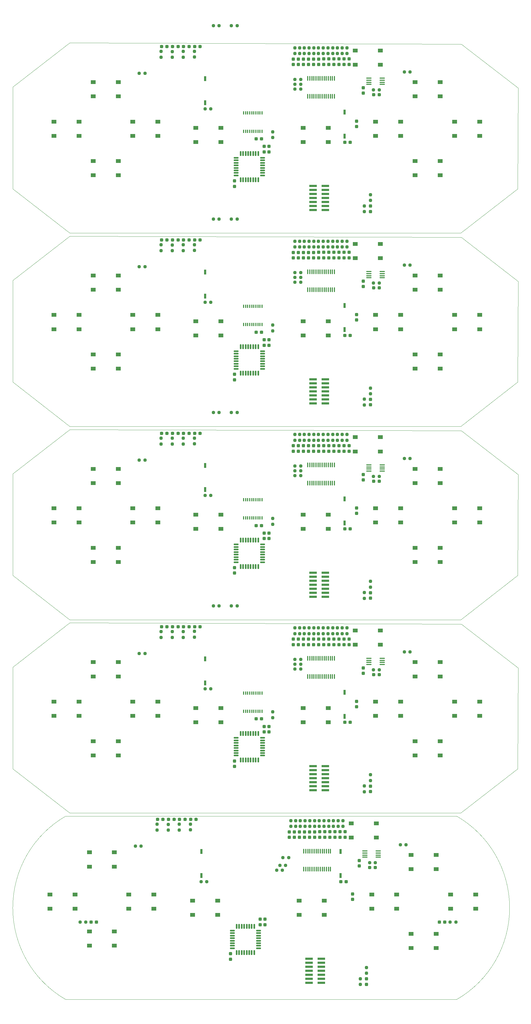
<source format=gbr>
%TF.GenerationSoftware,KiCad,Pcbnew,7.0.6-7.0.6~ubuntu20.04.1*%
%TF.CreationDate,2023-07-11T09:11:54+02:00*%
%TF.ProjectId,output_panel2023-07-11_071138.9032810000,6f757470-7574-45f7-9061-6e656c323032,rev?*%
%TF.SameCoordinates,Original*%
%TF.FileFunction,Paste,Top*%
%TF.FilePolarity,Positive*%
%FSLAX45Y45*%
G04 Gerber Fmt 4.5, Leading zero omitted, Abs format (unit mm)*
G04 Created by KiCad (PCBNEW 7.0.6-7.0.6~ubuntu20.04.1) date 2023-07-11 09:11:54*
%MOMM*%
%LPD*%
G01*
G04 APERTURE LIST*
G04 Aperture macros list*
%AMRoundRect*
0 Rectangle with rounded corners*
0 $1 Rounding radius*
0 $2 $3 $4 $5 $6 $7 $8 $9 X,Y pos of 4 corners*
0 Add a 4 corners polygon primitive as box body*
4,1,4,$2,$3,$4,$5,$6,$7,$8,$9,$2,$3,0*
0 Add four circle primitives for the rounded corners*
1,1,$1+$1,$2,$3*
1,1,$1+$1,$4,$5*
1,1,$1+$1,$6,$7*
1,1,$1+$1,$8,$9*
0 Add four rect primitives between the rounded corners*
20,1,$1+$1,$2,$3,$4,$5,0*
20,1,$1+$1,$4,$5,$6,$7,0*
20,1,$1+$1,$6,$7,$8,$9,0*
20,1,$1+$1,$8,$9,$2,$3,0*%
G04 Aperture macros list end*
%TA.AperFunction,Profile*%
%ADD10C,0.100000*%
%TD*%
%TA.AperFunction,Profile*%
%ADD11C,0.050000*%
%TD*%
%ADD12R,1.550000X1.300000*%
%ADD13RoundRect,0.237500X-0.287500X-0.237500X0.287500X-0.237500X0.287500X0.237500X-0.287500X0.237500X0*%
%ADD14RoundRect,0.237500X-0.237500X0.287500X-0.237500X-0.287500X0.237500X-0.287500X0.237500X0.287500X0*%
%ADD15RoundRect,0.237500X0.237500X-0.300000X0.237500X0.300000X-0.237500X0.300000X-0.237500X-0.300000X0*%
%ADD16R,0.760000X1.600000*%
%ADD17RoundRect,0.237500X-0.237500X0.300000X-0.237500X-0.300000X0.237500X-0.300000X0.237500X0.300000X0*%
%ADD18RoundRect,0.237500X0.250000X0.237500X-0.250000X0.237500X-0.250000X-0.237500X0.250000X-0.237500X0*%
%ADD19RoundRect,0.100000X-0.712500X-0.100000X0.712500X-0.100000X0.712500X0.100000X-0.712500X0.100000X0*%
%ADD20RoundRect,0.237500X-0.250000X-0.237500X0.250000X-0.237500X0.250000X0.237500X-0.250000X0.237500X0*%
%ADD21RoundRect,0.100000X0.100000X-0.637500X0.100000X0.637500X-0.100000X0.637500X-0.100000X-0.637500X0*%
%ADD22RoundRect,0.237500X-0.237500X0.250000X-0.237500X-0.250000X0.237500X-0.250000X0.237500X0.250000X0*%
%ADD23RoundRect,0.237500X0.237500X-0.250000X0.237500X0.250000X-0.237500X0.250000X-0.237500X-0.250000X0*%
%ADD24RoundRect,0.125000X0.125000X-0.625000X0.125000X0.625000X-0.125000X0.625000X-0.125000X-0.625000X0*%
%ADD25RoundRect,0.125000X0.625000X-0.125000X0.625000X0.125000X-0.625000X0.125000X-0.625000X-0.125000X0*%
%ADD26RoundRect,0.237500X-0.300000X-0.237500X0.300000X-0.237500X0.300000X0.237500X-0.300000X0.237500X0*%
%ADD27RoundRect,0.237500X0.300000X0.237500X-0.300000X0.237500X-0.300000X-0.237500X0.300000X-0.237500X0*%
%ADD28R,2.400000X0.740000*%
%ADD29R,0.400000X1.000000*%
G04 APERTURE END LIST*
D10*
X16050000Y-23029999D02*
X14250000Y-24429999D01*
X14250000Y-6070000D02*
X1850000Y-6070000D01*
X16070000Y-7599999D02*
X16050000Y-10789999D01*
X50000Y-13689999D02*
X1850000Y-12289999D01*
D11*
X14123822Y-30329999D02*
G75*
G03*
X14123822Y-24529999I-1674316J2900000D01*
G01*
D10*
X14250000Y-18309999D02*
X1850000Y-18309999D01*
X1850000Y-12289999D02*
X14270000Y-12329999D01*
X1723822Y-24529999D02*
X14123822Y-24529999D01*
X1723822Y-30329999D02*
X14123822Y-30329999D01*
X50000Y-23029999D02*
X50000Y-19809999D01*
X16050000Y-10789999D02*
X14250000Y-12189999D01*
X14250000Y-12189999D02*
X1850000Y-12189999D01*
X50000Y-16909999D02*
X50000Y-13689999D01*
X1850000Y-18409999D02*
X14270000Y-18449999D01*
X1850000Y-6169999D02*
X14270000Y-6209999D01*
X14250000Y-24429999D02*
X1850000Y-24429999D01*
X50000Y-1450000D02*
X1850000Y-50000D01*
X16050000Y-16909999D02*
X14250000Y-18309999D01*
X14270000Y-6209999D02*
X16070000Y-7599999D01*
X1850000Y-18309999D02*
X50000Y-16909999D01*
X16070000Y-13719999D02*
X16050000Y-16909999D01*
X50000Y-10789999D02*
X50000Y-7569999D01*
X1850000Y-6070000D02*
X50000Y-4670000D01*
X1850000Y-24429999D02*
X50000Y-23029999D01*
D11*
X1723822Y-24529999D02*
G75*
G03*
X1723822Y-30329999I1674316J-2900000D01*
G01*
D10*
X50000Y-7569999D02*
X1850000Y-6169999D01*
X14270000Y-90000D02*
X16070000Y-1480000D01*
X1850000Y-12189999D02*
X50000Y-10789999D01*
X14270000Y-12329999D02*
X16070000Y-13719999D01*
X14270000Y-18449999D02*
X16070000Y-19839999D01*
X50000Y-4670000D02*
X50000Y-1450000D01*
X16070000Y-19839999D02*
X16050000Y-23029999D01*
X16070000Y-1480000D02*
X16050000Y-4670000D01*
X50000Y-19809999D02*
X1850000Y-18409999D01*
X16050000Y-4670000D02*
X14250000Y-6070000D01*
X1850000Y-50000D02*
X14270000Y-90000D01*
D12*
X9126322Y-27204999D03*
X9921322Y-27204999D03*
X9126322Y-27654999D03*
X9921322Y-27654999D03*
D13*
X5462500Y-12409999D03*
X5637500Y-12409999D03*
D14*
X9745000Y-12803749D03*
X9745000Y-12978749D03*
D15*
X7080200Y-10715649D03*
X7080200Y-10543149D03*
D16*
X6150000Y-8070999D03*
X6150000Y-7308999D03*
D12*
X12802500Y-16034999D03*
X13597500Y-16034999D03*
X12802500Y-16484999D03*
X13597500Y-16484999D03*
D17*
X8172400Y-3330950D03*
X8172400Y-3503450D03*
D18*
X9178050Y-7327399D03*
X8995550Y-7327399D03*
D19*
X11338750Y-1172500D03*
X11338750Y-1237500D03*
X11338750Y-1302500D03*
X11338750Y-1367500D03*
X11761250Y-1367500D03*
X11761250Y-1302500D03*
X11761250Y-1237500D03*
X11761250Y-1172500D03*
D20*
X11484750Y-1537600D03*
X11667250Y-1537600D03*
D13*
X4762500Y-170000D03*
X4937500Y-170000D03*
X5812500Y-12409999D03*
X5987500Y-12409999D03*
D20*
X11484750Y-13777599D03*
X11667250Y-13777599D03*
D12*
X2602500Y-22154999D03*
X3397500Y-22154999D03*
X2602500Y-22604999D03*
X3397500Y-22604999D03*
D21*
X9400900Y-7867649D03*
X9465900Y-7867649D03*
X9530900Y-7867649D03*
X9595900Y-7867649D03*
X9660900Y-7867649D03*
X9725900Y-7867649D03*
X9790900Y-7867649D03*
X9855900Y-7867649D03*
X9920900Y-7867649D03*
X9985900Y-7867649D03*
X10050900Y-7867649D03*
X10115900Y-7867649D03*
X10180900Y-7867649D03*
X10245900Y-7867649D03*
X10245900Y-7295149D03*
X10180900Y-7295149D03*
X10115900Y-7295149D03*
X10050900Y-7295149D03*
X9985900Y-7295149D03*
X9920900Y-7295149D03*
X9855900Y-7295149D03*
X9790900Y-7295149D03*
X9725900Y-7295149D03*
X9660900Y-7295149D03*
X9595900Y-7295149D03*
X9530900Y-7295149D03*
X9465900Y-7295149D03*
X9400900Y-7295149D03*
D22*
X5455000Y-18686249D03*
X5455000Y-18868749D03*
D13*
X5112500Y-6289999D03*
X5287500Y-6289999D03*
D23*
X8290000Y-3050000D03*
X8290000Y-2867500D03*
D21*
X9400900Y-13987649D03*
X9465900Y-13987649D03*
X9530900Y-13987649D03*
X9595900Y-13987649D03*
X9660900Y-13987649D03*
X9725900Y-13987649D03*
X9790900Y-13987649D03*
X9855900Y-13987649D03*
X9920900Y-13987649D03*
X9985900Y-13987649D03*
X10050900Y-13987649D03*
X10115900Y-13987649D03*
X10180900Y-13987649D03*
X10245900Y-13987649D03*
X10245900Y-13415149D03*
X10180900Y-13415149D03*
X10115900Y-13415149D03*
X10050900Y-13415149D03*
X9985900Y-13415149D03*
X9920900Y-13415149D03*
X9855900Y-13415149D03*
X9790900Y-13415149D03*
X9725900Y-13415149D03*
X9660900Y-13415149D03*
X9595900Y-13415149D03*
X9530900Y-13415149D03*
X9465900Y-13415149D03*
X9400900Y-13415149D03*
D23*
X8290000Y-9169999D03*
X8290000Y-8987499D03*
D18*
X9178050Y-1359800D03*
X8995550Y-1359800D03*
D14*
X8942500Y-12804999D03*
X8942500Y-12979999D03*
D17*
X11390000Y-11337499D03*
X11390000Y-11509999D03*
D23*
X8990000Y-392500D03*
X8990000Y-210000D03*
D14*
X9745000Y-6683749D03*
X9745000Y-6858749D03*
D13*
X11488500Y-13929999D03*
X11663500Y-13929999D03*
D23*
X10340000Y-392500D03*
X10340000Y-210000D03*
D20*
X4058750Y-1020000D03*
X4241250Y-1020000D03*
D12*
X3852500Y-20904999D03*
X4647500Y-20904999D03*
X3852500Y-21354999D03*
X4647500Y-21354999D03*
D23*
X10640000Y-6512499D03*
X10640000Y-6329999D03*
D20*
X13913775Y-27884999D03*
X14096275Y-27884999D03*
D13*
X11488500Y-1690000D03*
X11663500Y-1690000D03*
D23*
X9890000Y-392500D03*
X9890000Y-210000D03*
D12*
X9252500Y-14984999D03*
X10047500Y-14984999D03*
X9252500Y-15434999D03*
X10047500Y-15434999D03*
D20*
X6143750Y-14379999D03*
X6326250Y-14379999D03*
X4058750Y-13259999D03*
X4241250Y-13259999D03*
D23*
X9740000Y-18752499D03*
X9740000Y-18569999D03*
D14*
X9582500Y-12804999D03*
X9582500Y-12979999D03*
D13*
X5812500Y-18529999D03*
X5987500Y-18529999D03*
D17*
X8046222Y-27790949D03*
X8046222Y-27963449D03*
D23*
X9313822Y-24852499D03*
X9313822Y-24669999D03*
D20*
X4058750Y-19379999D03*
X4241250Y-19379999D03*
D22*
X5455000Y-12566249D03*
X5455000Y-12748749D03*
D21*
X9274722Y-26207649D03*
X9339722Y-26207649D03*
X9404722Y-26207649D03*
X9469722Y-26207649D03*
X9534722Y-26207649D03*
X9599722Y-26207649D03*
X9664722Y-26207649D03*
X9729722Y-26207649D03*
X9794722Y-26207649D03*
X9859722Y-26207649D03*
X9924722Y-26207649D03*
X9989722Y-26207649D03*
X10054722Y-26207649D03*
X10119722Y-26207649D03*
X10119722Y-25635149D03*
X10054722Y-25635149D03*
X9989722Y-25635149D03*
X9924722Y-25635149D03*
X9859722Y-25635149D03*
X9794722Y-25635149D03*
X9729722Y-25635149D03*
X9664722Y-25635149D03*
X9599722Y-25635149D03*
X9534722Y-25635149D03*
X9469722Y-25635149D03*
X9404722Y-25635149D03*
X9339722Y-25635149D03*
X9274722Y-25635149D03*
D17*
X11028822Y-25933749D03*
X11028822Y-26106249D03*
D20*
X6407500Y-11749999D03*
X6590000Y-11749999D03*
D14*
X9102500Y-18924999D03*
X9102500Y-19099999D03*
D20*
X8995550Y-7632199D03*
X9178050Y-7632199D03*
D13*
X4986322Y-24629999D03*
X5161322Y-24629999D03*
D22*
X5810000Y-12561249D03*
X5810000Y-12743749D03*
D14*
X10227500Y-12802499D03*
X10227500Y-12977499D03*
X9136322Y-25024999D03*
X9136322Y-25199999D03*
X10387500Y-12802499D03*
X10387500Y-12977499D03*
D12*
X14052500Y-20904999D03*
X14847500Y-20904999D03*
X14052500Y-21354999D03*
X14847500Y-21354999D03*
D22*
X5810000Y-18681249D03*
X5810000Y-18863749D03*
X11390000Y-4858750D03*
X11390000Y-5041250D03*
D20*
X6407500Y490000D03*
X6590000Y490000D03*
D14*
X10710000Y-12802499D03*
X10710000Y-12977499D03*
D24*
X7143822Y-28847499D03*
X7223822Y-28847499D03*
X7303822Y-28847499D03*
X7383822Y-28847499D03*
X7463822Y-28847499D03*
X7543822Y-28847499D03*
X7623822Y-28847499D03*
X7703822Y-28847499D03*
D25*
X7841322Y-28709999D03*
X7841322Y-28629999D03*
X7841322Y-28549999D03*
X7841322Y-28469999D03*
X7841322Y-28389999D03*
X7841322Y-28309999D03*
X7841322Y-28229999D03*
X7841322Y-28149999D03*
D24*
X7703822Y-28012499D03*
X7623822Y-28012499D03*
X7543822Y-28012499D03*
X7463822Y-28012499D03*
X7383822Y-28012499D03*
X7303822Y-28012499D03*
X7223822Y-28012499D03*
X7143822Y-28012499D03*
D25*
X7006322Y-28149999D03*
X7006322Y-28229999D03*
X7006322Y-28309999D03*
X7006322Y-28389999D03*
X7006322Y-28469999D03*
X7006322Y-28549999D03*
X7006322Y-28629999D03*
X7006322Y-28709999D03*
D23*
X9590000Y-6512499D03*
X9590000Y-6329999D03*
X8990000Y-18752499D03*
X8990000Y-18569999D03*
X9890000Y-6512499D03*
X9890000Y-6329999D03*
D21*
X9400900Y-20107649D03*
X9465900Y-20107649D03*
X9530900Y-20107649D03*
X9595900Y-20107649D03*
X9660900Y-20107649D03*
X9725900Y-20107649D03*
X9790900Y-20107649D03*
X9855900Y-20107649D03*
X9920900Y-20107649D03*
X9985900Y-20107649D03*
X10050900Y-20107649D03*
X10115900Y-20107649D03*
X10180900Y-20107649D03*
X10245900Y-20107649D03*
X10245900Y-19535149D03*
X10180900Y-19535149D03*
X10115900Y-19535149D03*
X10050900Y-19535149D03*
X9985900Y-19535149D03*
X9920900Y-19535149D03*
X9855900Y-19535149D03*
X9790900Y-19535149D03*
X9725900Y-19535149D03*
X9660900Y-19535149D03*
X9595900Y-19535149D03*
X9530900Y-19535149D03*
X9465900Y-19535149D03*
X9400900Y-19535149D03*
D14*
X10547500Y-12802499D03*
X10547500Y-12977499D03*
D12*
X11552500Y-8664999D03*
X12347500Y-8664999D03*
X11552500Y-9114999D03*
X12347500Y-9114999D03*
X12802500Y-9914999D03*
X13597500Y-9914999D03*
X12802500Y-10364999D03*
X13597500Y-10364999D03*
D13*
X5112500Y-12409999D03*
X5287500Y-12409999D03*
D14*
X9582500Y-6684999D03*
X9582500Y-6859999D03*
D20*
X6978750Y-5629999D03*
X7161250Y-5629999D03*
D12*
X2602500Y-13534999D03*
X3397500Y-13534999D03*
X2602500Y-13984999D03*
X3397500Y-13984999D03*
D22*
X5102500Y-6448749D03*
X5102500Y-6631249D03*
D23*
X10340000Y-18752499D03*
X10340000Y-18569999D03*
D26*
X10573250Y-3197000D03*
X10745750Y-3197000D03*
D14*
X9907500Y-562500D03*
X9907500Y-737500D03*
D22*
X5455000Y-6446249D03*
X5455000Y-6628749D03*
X11390000Y-23218749D03*
X11390000Y-23401249D03*
D12*
X11552500Y-14784999D03*
X12347500Y-14784999D03*
X11552500Y-15234999D03*
X12347500Y-15234999D03*
X5852500Y-21104999D03*
X6647500Y-21104999D03*
X5852500Y-21554999D03*
X6647500Y-21554999D03*
D14*
X9262500Y-18924999D03*
X9262500Y-19099999D03*
X8816322Y-25024999D03*
X8816322Y-25199999D03*
D23*
X10190000Y-392500D03*
X10190000Y-210000D03*
D18*
X9178050Y-19719799D03*
X8995550Y-19719799D03*
D13*
X4762500Y-18529999D03*
X4937500Y-18529999D03*
D17*
X11390000Y-17457499D03*
X11390000Y-17629999D03*
X10949500Y-14771999D03*
X10949500Y-14944499D03*
D14*
X9296322Y-25024999D03*
X9296322Y-25199999D03*
X9422500Y-565000D03*
X9422500Y-740000D03*
D13*
X11362322Y-26149999D03*
X11537322Y-26149999D03*
D20*
X11358572Y-25997599D03*
X11541072Y-25997599D03*
D12*
X10776322Y-24754999D03*
X11571322Y-24754999D03*
X10776322Y-25204999D03*
X11571322Y-25204999D03*
D26*
X10573250Y-21556999D03*
X10745750Y-21556999D03*
D23*
X9140000Y-18752499D03*
X9140000Y-18569999D03*
D12*
X9252500Y-8864999D03*
X10047500Y-8864999D03*
X9252500Y-9314999D03*
X10047500Y-9314999D03*
D14*
X10710000Y-562500D03*
X10710000Y-737500D03*
D27*
X7936250Y-9209999D03*
X7763750Y-9209999D03*
D23*
X9913822Y-24852499D03*
X9913822Y-24669999D03*
D18*
X2365870Y-27884999D03*
X2183370Y-27884999D03*
D14*
X9422500Y-6684999D03*
X9422500Y-6859999D03*
X9907500Y-12802499D03*
X9907500Y-12977499D03*
D23*
X9740000Y-12632499D03*
X9740000Y-12449999D03*
D14*
X9422500Y-18924999D03*
X9422500Y-19099999D03*
D17*
X8020000Y-15570949D03*
X8020000Y-15743449D03*
D14*
X9781322Y-25022499D03*
X9781322Y-25197499D03*
D23*
X10490000Y-6512499D03*
X10490000Y-6329999D03*
D12*
X2602500Y-7414999D03*
X3397500Y-7414999D03*
X2602500Y-7864999D03*
X3397500Y-7864999D03*
D22*
X11390000Y-10978749D03*
X11390000Y-11161249D03*
D23*
X10490000Y-18752499D03*
X10490000Y-18569999D03*
D13*
X4762500Y-6289999D03*
X4937500Y-6289999D03*
D12*
X12802500Y-3795000D03*
X13597500Y-3795000D03*
X12802500Y-4245000D03*
X13597500Y-4245000D03*
D24*
X7270000Y-10507499D03*
X7350000Y-10507499D03*
X7430000Y-10507499D03*
X7510000Y-10507499D03*
X7590000Y-10507499D03*
X7670000Y-10507499D03*
X7750000Y-10507499D03*
X7830000Y-10507499D03*
D25*
X7967500Y-10369999D03*
X7967500Y-10289999D03*
X7967500Y-10209999D03*
X7967500Y-10129999D03*
X7967500Y-10049999D03*
X7967500Y-9969999D03*
X7967500Y-9889999D03*
X7967500Y-9809999D03*
D24*
X7830000Y-9672499D03*
X7750000Y-9672499D03*
X7670000Y-9672499D03*
X7590000Y-9672499D03*
X7510000Y-9672499D03*
X7430000Y-9672499D03*
X7350000Y-9672499D03*
X7270000Y-9672499D03*
D25*
X7132500Y-9809999D03*
X7132500Y-9889999D03*
X7132500Y-9969999D03*
X7132500Y-10049999D03*
X7132500Y-10129999D03*
X7132500Y-10209999D03*
X7132500Y-10289999D03*
X7132500Y-10369999D03*
D22*
X4626322Y-24786249D03*
X4626322Y-24968749D03*
D28*
X9441322Y-29042999D03*
X9831322Y-29042999D03*
X9441322Y-29169999D03*
X9831322Y-29169999D03*
X9441322Y-29296999D03*
X9831322Y-29296999D03*
X9441322Y-29423999D03*
X9831322Y-29423999D03*
X9441322Y-29550999D03*
X9831322Y-29550999D03*
X9441322Y-29677999D03*
X9831322Y-29677999D03*
X9441322Y-29804999D03*
X9831322Y-29804999D03*
D20*
X11484750Y-19897599D03*
X11667250Y-19897599D03*
D15*
X7080200Y-4595650D03*
X7080200Y-4423150D03*
D23*
X10490000Y-392500D03*
X10490000Y-210000D03*
D12*
X12802500Y-13534999D03*
X13597500Y-13534999D03*
X12802500Y-13984999D03*
X13597500Y-13984999D03*
D24*
X7270000Y-4387500D03*
X7350000Y-4387500D03*
X7430000Y-4387500D03*
X7510000Y-4387500D03*
X7590000Y-4387500D03*
X7670000Y-4387500D03*
X7750000Y-4387500D03*
X7830000Y-4387500D03*
D25*
X7967500Y-4250000D03*
X7967500Y-4170000D03*
X7967500Y-4090000D03*
X7967500Y-4010000D03*
X7967500Y-3930000D03*
X7967500Y-3850000D03*
X7967500Y-3770000D03*
X7967500Y-3690000D03*
D24*
X7830000Y-3552500D03*
X7750000Y-3552500D03*
X7670000Y-3552500D03*
X7590000Y-3552500D03*
X7510000Y-3552500D03*
X7430000Y-3552500D03*
X7350000Y-3552500D03*
X7270000Y-3552500D03*
D25*
X7132500Y-3690000D03*
X7132500Y-3770000D03*
X7132500Y-3850000D03*
X7132500Y-3930000D03*
X7132500Y-4010000D03*
X7132500Y-4090000D03*
X7132500Y-4170000D03*
X7132500Y-4250000D03*
D22*
X4976322Y-24788749D03*
X4976322Y-24971249D03*
D14*
X10547500Y-562500D03*
X10547500Y-737500D03*
D23*
X9290000Y-392500D03*
X9290000Y-210000D03*
D13*
X5686322Y-24629999D03*
X5861322Y-24629999D03*
D22*
X11390000Y-17098749D03*
X11390000Y-17281249D03*
D21*
X9400900Y-1747650D03*
X9465900Y-1747650D03*
X9530900Y-1747650D03*
X9595900Y-1747650D03*
X9660900Y-1747650D03*
X9725900Y-1747650D03*
X9790900Y-1747650D03*
X9855900Y-1747650D03*
X9920900Y-1747650D03*
X9985900Y-1747650D03*
X10050900Y-1747650D03*
X10115900Y-1747650D03*
X10180900Y-1747650D03*
X10245900Y-1747650D03*
X10245900Y-1175150D03*
X10180900Y-1175150D03*
X10115900Y-1175150D03*
X10050900Y-1175150D03*
X9985900Y-1175150D03*
X9920900Y-1175150D03*
X9855900Y-1175150D03*
X9790900Y-1175150D03*
X9725900Y-1175150D03*
X9660900Y-1175150D03*
X9595900Y-1175150D03*
X9530900Y-1175150D03*
X9465900Y-1175150D03*
X9400900Y-1175150D03*
D17*
X11155000Y-19833749D03*
X11155000Y-20006249D03*
D12*
X14052500Y-14784999D03*
X14847500Y-14784999D03*
X14052500Y-15234999D03*
X14847500Y-15234999D03*
D20*
X4058750Y-7139999D03*
X4241250Y-7139999D03*
D22*
X5102500Y-18688749D03*
X5102500Y-18871249D03*
D29*
X7365000Y-2850000D03*
X7430000Y-2850000D03*
X7495000Y-2850000D03*
X7560000Y-2850000D03*
X7625000Y-2850000D03*
X7690000Y-2850000D03*
X7755000Y-2850000D03*
X7820000Y-2850000D03*
X7885000Y-2850000D03*
X7950000Y-2850000D03*
X7950000Y-2270000D03*
X7885000Y-2270000D03*
X7820000Y-2270000D03*
X7755000Y-2270000D03*
X7690000Y-2270000D03*
X7625000Y-2270000D03*
X7560000Y-2270000D03*
X7495000Y-2270000D03*
X7430000Y-2270000D03*
X7365000Y-2270000D03*
D27*
X7936250Y-15329999D03*
X7763750Y-15329999D03*
D23*
X9013822Y-24852499D03*
X9013822Y-24669999D03*
D14*
X10227500Y-562500D03*
X10227500Y-737500D03*
D17*
X10949500Y-2532000D03*
X10949500Y-2704500D03*
D23*
X10040000Y-12632499D03*
X10040000Y-12449999D03*
D14*
X9262500Y-565000D03*
X9262500Y-740000D03*
X9582500Y-18924999D03*
X9582500Y-19099999D03*
D17*
X8172400Y-15570949D03*
X8172400Y-15743449D03*
X11390000Y-23577499D03*
X11390000Y-23749999D03*
D12*
X5747322Y-27204999D03*
X6542322Y-27204999D03*
X5747322Y-27654999D03*
X6542322Y-27654999D03*
D23*
X10040000Y-6512499D03*
X10040000Y-6329999D03*
X10490000Y-12632499D03*
X10490000Y-12449999D03*
X9290000Y-18752499D03*
X9290000Y-18569999D03*
X8290000Y-15289999D03*
X8290000Y-15107499D03*
D17*
X11390000Y-5217500D03*
X11390000Y-5390000D03*
D14*
X10067500Y-12802499D03*
X10067500Y-12977499D03*
D12*
X12676322Y-28254999D03*
X13471322Y-28254999D03*
X12676322Y-28704999D03*
X13471322Y-28704999D03*
D14*
X9102500Y-6684999D03*
X9102500Y-6859999D03*
D22*
X5455000Y-326250D03*
X5455000Y-508750D03*
D23*
X10063822Y-24852499D03*
X10063822Y-24669999D03*
X9140000Y-392500D03*
X9140000Y-210000D03*
D12*
X10902500Y-12534999D03*
X11697500Y-12534999D03*
X10902500Y-12984999D03*
X11697500Y-12984999D03*
X11426322Y-27004999D03*
X12221322Y-27004999D03*
X11426322Y-27454999D03*
X12221322Y-27454999D03*
D17*
X8172400Y-21690949D03*
X8172400Y-21863449D03*
D19*
X11212572Y-25632499D03*
X11212572Y-25697499D03*
X11212572Y-25762499D03*
X11212572Y-25827499D03*
X11635072Y-25827499D03*
X11635072Y-25762499D03*
X11635072Y-25697499D03*
X11635072Y-25632499D03*
D12*
X10902500Y-295000D03*
X11697500Y-295000D03*
X10902500Y-745000D03*
X11697500Y-745000D03*
D22*
X4752500Y-12566249D03*
X4752500Y-12748749D03*
D14*
X10227500Y-18922499D03*
X10227500Y-19097499D03*
D20*
X6407500Y-17869999D03*
X6590000Y-17869999D03*
D22*
X4752500Y-18686249D03*
X4752500Y-18868749D03*
D12*
X2602500Y-19654999D03*
X3397500Y-19654999D03*
X2602500Y-20104999D03*
X3397500Y-20104999D03*
D13*
X5462500Y-170000D03*
X5637500Y-170000D03*
D23*
X9590000Y-392500D03*
X9590000Y-210000D03*
D14*
X10421322Y-25022499D03*
X10421322Y-25197499D03*
D20*
X3932572Y-25479999D03*
X4115072Y-25479999D03*
D14*
X8976222Y-25024999D03*
X8976222Y-25199999D03*
X10710000Y-18922499D03*
X10710000Y-19097499D03*
D20*
X6143750Y-20499999D03*
X6326250Y-20499999D03*
D23*
X9140000Y-12632499D03*
X9140000Y-12449999D03*
D17*
X10823322Y-26991999D03*
X10823322Y-27164499D03*
D23*
X9613822Y-24852499D03*
X9613822Y-24669999D03*
X9590000Y-18752499D03*
X9590000Y-18569999D03*
D13*
X5812500Y-170000D03*
X5987500Y-170000D03*
D12*
X2602500Y-1295000D03*
X3397500Y-1295000D03*
X2602500Y-1745000D03*
X3397500Y-1745000D03*
X1352500Y-20904999D03*
X2147500Y-20904999D03*
X1352500Y-21354999D03*
X2147500Y-21354999D03*
D18*
X9178050Y-13447399D03*
X8995550Y-13447399D03*
D24*
X7270000Y-16627499D03*
X7350000Y-16627499D03*
X7430000Y-16627499D03*
X7510000Y-16627499D03*
X7590000Y-16627499D03*
X7670000Y-16627499D03*
X7750000Y-16627499D03*
X7830000Y-16627499D03*
D25*
X7967500Y-16489999D03*
X7967500Y-16409999D03*
X7967500Y-16329999D03*
X7967500Y-16249999D03*
X7967500Y-16169999D03*
X7967500Y-16089999D03*
X7967500Y-16009999D03*
X7967500Y-15929999D03*
D24*
X7830000Y-15792499D03*
X7750000Y-15792499D03*
X7670000Y-15792499D03*
X7590000Y-15792499D03*
X7510000Y-15792499D03*
X7430000Y-15792499D03*
X7350000Y-15792499D03*
X7270000Y-15792499D03*
D25*
X7132500Y-15929999D03*
X7132500Y-16009999D03*
X7132500Y-16089999D03*
X7132500Y-16169999D03*
X7132500Y-16249999D03*
X7132500Y-16329999D03*
X7132500Y-16409999D03*
X7132500Y-16489999D03*
D20*
X6143750Y-2140000D03*
X6326250Y-2140000D03*
D22*
X4752500Y-6446249D03*
X4752500Y-6628749D03*
D14*
X9262500Y-6684999D03*
X9262500Y-6859999D03*
X8942500Y-565000D03*
X8942500Y-740000D03*
D12*
X10902500Y-6414999D03*
X11697500Y-6414999D03*
X10902500Y-6864999D03*
X11697500Y-6864999D03*
D23*
X8990000Y-6512499D03*
X8990000Y-6329999D03*
D17*
X11263822Y-29677499D03*
X11263822Y-29849999D03*
D12*
X14052500Y-8664999D03*
X14847500Y-8664999D03*
X14052500Y-9114999D03*
X14847500Y-9114999D03*
D28*
X9567500Y-16822999D03*
X9957500Y-16822999D03*
X9567500Y-16949999D03*
X9957500Y-16949999D03*
X9567500Y-17076999D03*
X9957500Y-17076999D03*
X9567500Y-17203999D03*
X9957500Y-17203999D03*
X9567500Y-17330999D03*
X9957500Y-17330999D03*
X9567500Y-17457999D03*
X9957500Y-17457999D03*
X9567500Y-17584999D03*
X9957500Y-17584999D03*
D22*
X11190000Y-5212500D03*
X11190000Y-5395000D03*
D20*
X6978750Y-11749999D03*
X7161250Y-11749999D03*
D16*
X6023822Y-26410999D03*
X6023822Y-25648999D03*
D20*
X12458750Y-970000D03*
X12641250Y-970000D03*
D23*
X9290000Y-12632499D03*
X9290000Y-12449999D03*
X9890000Y-12632499D03*
X9890000Y-12449999D03*
X8863822Y-24852499D03*
X8863822Y-24669999D03*
D20*
X12332572Y-25429999D03*
X12515072Y-25429999D03*
X6143750Y-8259999D03*
X6326250Y-8259999D03*
D13*
X5112500Y-170000D03*
X5287500Y-170000D03*
X5462500Y-18529999D03*
X5637500Y-18529999D03*
D12*
X13926322Y-27004999D03*
X14721322Y-27004999D03*
X13926322Y-27454999D03*
X14721322Y-27454999D03*
D23*
X9440000Y-18752499D03*
X9440000Y-18569999D03*
D16*
X6150000Y-20310999D03*
X6150000Y-19548999D03*
D22*
X4752500Y-326250D03*
X4752500Y-508750D03*
D17*
X11155000Y-1473750D03*
X11155000Y-1646250D03*
D14*
X10710000Y-6682499D03*
X10710000Y-6857499D03*
D12*
X2602500Y-9914999D03*
X3397500Y-9914999D03*
X2602500Y-10364999D03*
X3397500Y-10364999D03*
D24*
X7270000Y-22747499D03*
X7350000Y-22747499D03*
X7430000Y-22747499D03*
X7510000Y-22747499D03*
X7590000Y-22747499D03*
X7670000Y-22747499D03*
X7750000Y-22747499D03*
X7830000Y-22747499D03*
D25*
X7967500Y-22609999D03*
X7967500Y-22529999D03*
X7967500Y-22449999D03*
X7967500Y-22369999D03*
X7967500Y-22289999D03*
X7967500Y-22209999D03*
X7967500Y-22129999D03*
X7967500Y-22049999D03*
D24*
X7830000Y-21912499D03*
X7750000Y-21912499D03*
X7670000Y-21912499D03*
X7590000Y-21912499D03*
X7510000Y-21912499D03*
X7430000Y-21912499D03*
X7350000Y-21912499D03*
X7270000Y-21912499D03*
D25*
X7132500Y-22049999D03*
X7132500Y-22129999D03*
X7132500Y-22209999D03*
X7132500Y-22289999D03*
X7132500Y-22369999D03*
X7132500Y-22449999D03*
X7132500Y-22529999D03*
X7132500Y-22609999D03*
D20*
X6407500Y-5629999D03*
X6590000Y-5629999D03*
D14*
X10387500Y-562500D03*
X10387500Y-737500D03*
D20*
X6978750Y490000D03*
X7161250Y490000D03*
D14*
X10387500Y-18922499D03*
X10387500Y-19097499D03*
X9745000Y-18923749D03*
X9745000Y-19098749D03*
D19*
X11338750Y-19532499D03*
X11338750Y-19597499D03*
X11338750Y-19662499D03*
X11338750Y-19727499D03*
X11761250Y-19727499D03*
X11761250Y-19662499D03*
X11761250Y-19597499D03*
X11761250Y-19532499D03*
D23*
X10040000Y-392500D03*
X10040000Y-210000D03*
D18*
X9178050Y-19567399D03*
X8995550Y-19567399D03*
D12*
X14052500Y-2545000D03*
X14847500Y-2545000D03*
X14052500Y-2995000D03*
X14847500Y-2995000D03*
D23*
X9440000Y-12632499D03*
X9440000Y-12449999D03*
D14*
X9941322Y-25022499D03*
X9941322Y-25197499D03*
D12*
X2476322Y-25674999D03*
X3271322Y-25674999D03*
X2476322Y-26124999D03*
X3271322Y-26124999D03*
D14*
X10387500Y-6682499D03*
X10387500Y-6857499D03*
X9745000Y-563750D03*
X9745000Y-738750D03*
D20*
X8995550Y-19872199D03*
X9178050Y-19872199D03*
D16*
X6150000Y-14190999D03*
X6150000Y-13428999D03*
D17*
X7893822Y-27790949D03*
X7893822Y-27963449D03*
D12*
X1352500Y-14784999D03*
X2147500Y-14784999D03*
X1352500Y-15234999D03*
X2147500Y-15234999D03*
D17*
X8020000Y-3330950D03*
X8020000Y-3503450D03*
D12*
X3726322Y-27004999D03*
X4521322Y-27004999D03*
X3726322Y-27454999D03*
X4521322Y-27454999D03*
D23*
X10640000Y-392500D03*
X10640000Y-210000D03*
D22*
X11063822Y-29672499D03*
X11063822Y-29854999D03*
D23*
X9890000Y-18752499D03*
X9890000Y-18569999D03*
D14*
X10067500Y-562500D03*
X10067500Y-737500D03*
D16*
X10567000Y-3008000D03*
X10567000Y-2246000D03*
D27*
X7936250Y-21449999D03*
X7763750Y-21449999D03*
D14*
X9907500Y-6682499D03*
X9907500Y-6857499D03*
D12*
X11552500Y-20904999D03*
X12347500Y-20904999D03*
X11552500Y-21354999D03*
X12347500Y-21354999D03*
D13*
X4762500Y-12409999D03*
X4937500Y-12409999D03*
D18*
X8796072Y-25839999D03*
X8613572Y-25839999D03*
D14*
X10583822Y-25022499D03*
X10583822Y-25197499D03*
D17*
X8172400Y-9450949D03*
X8172400Y-9623449D03*
D13*
X11488500Y-20049999D03*
X11663500Y-20049999D03*
D26*
X10573250Y-9316999D03*
X10745750Y-9316999D03*
D23*
X10640000Y-18752499D03*
X10640000Y-18569999D03*
D12*
X9252500Y-2745000D03*
X10047500Y-2745000D03*
X9252500Y-3195000D03*
X10047500Y-3195000D03*
D16*
X6150000Y-1951000D03*
X6150000Y-1189000D03*
D18*
X9178050Y-7479799D03*
X8995550Y-7479799D03*
D23*
X10340000Y-6512499D03*
X10340000Y-6329999D03*
D12*
X12802500Y-7414999D03*
X13597500Y-7414999D03*
X12802500Y-7864999D03*
X13597500Y-7864999D03*
X1352500Y-8664999D03*
X2147500Y-8664999D03*
X1352500Y-9114999D03*
X2147500Y-9114999D03*
X2602500Y-3795000D03*
X3397500Y-3795000D03*
X2602500Y-4245000D03*
X3397500Y-4245000D03*
D15*
X7080200Y-16835649D03*
X7080200Y-16663149D03*
D12*
X5852500Y-2745000D03*
X6647500Y-2745000D03*
X5852500Y-3195000D03*
X6647500Y-3195000D03*
D22*
X5102500Y-328750D03*
X5102500Y-511250D03*
D12*
X2602500Y-16034999D03*
X3397500Y-16034999D03*
X2602500Y-16484999D03*
X3397500Y-16484999D03*
D20*
X12458750Y-19329999D03*
X12641250Y-19329999D03*
D28*
X9567500Y-10702999D03*
X9957500Y-10702999D03*
X9567500Y-10829999D03*
X9957500Y-10829999D03*
X9567500Y-10956999D03*
X9957500Y-10956999D03*
X9567500Y-11083999D03*
X9957500Y-11083999D03*
X9567500Y-11210999D03*
X9957500Y-11210999D03*
X9567500Y-11337999D03*
X9957500Y-11337999D03*
X9567500Y-11464999D03*
X9957500Y-11464999D03*
D20*
X8413572Y-26239999D03*
X8596072Y-26239999D03*
D12*
X10902500Y-18654999D03*
X11697500Y-18654999D03*
X10902500Y-19104999D03*
X11697500Y-19104999D03*
D14*
X9456322Y-25024999D03*
X9456322Y-25199999D03*
X10067500Y-6682499D03*
X10067500Y-6857499D03*
X9262500Y-12804999D03*
X9262500Y-12979999D03*
X10547500Y-18922499D03*
X10547500Y-19097499D03*
D17*
X10949500Y-8651999D03*
X10949500Y-8824499D03*
D20*
X12458750Y-13209999D03*
X12641250Y-13209999D03*
D17*
X8020000Y-21690949D03*
X8020000Y-21863449D03*
D12*
X3852500Y-2545000D03*
X4647500Y-2545000D03*
X3852500Y-2995000D03*
X4647500Y-2995000D03*
D14*
X9102500Y-12804999D03*
X9102500Y-12979999D03*
D12*
X5852500Y-14984999D03*
X6647500Y-14984999D03*
X5852500Y-15434999D03*
X6647500Y-15434999D03*
D16*
X10567000Y-21367999D03*
X10567000Y-20605999D03*
D22*
X5810000Y-321250D03*
X5810000Y-503750D03*
D23*
X10190000Y-18752499D03*
X10190000Y-18569999D03*
X9740000Y-6512499D03*
X9740000Y-6329999D03*
D14*
X8942500Y-18924999D03*
X8942500Y-19099999D03*
X9422500Y-12804999D03*
X9422500Y-12979999D03*
D23*
X10213822Y-24852499D03*
X10213822Y-24669999D03*
D18*
X9178050Y-1207400D03*
X8995550Y-1207400D03*
D14*
X8942500Y-6684999D03*
X8942500Y-6859999D03*
D12*
X3852500Y-8664999D03*
X4647500Y-8664999D03*
X3852500Y-9114999D03*
X4647500Y-9114999D03*
D13*
X5812500Y-6289999D03*
X5987500Y-6289999D03*
D23*
X9160822Y-24852499D03*
X9160822Y-24669999D03*
X9140000Y-6512499D03*
X9140000Y-6329999D03*
D14*
X9102500Y-565000D03*
X9102500Y-740000D03*
D22*
X11263822Y-29318749D03*
X11263822Y-29501249D03*
D26*
X2528370Y-27884999D03*
X2700870Y-27884999D03*
D19*
X11338750Y-7292499D03*
X11338750Y-7357499D03*
X11338750Y-7422499D03*
X11338750Y-7487499D03*
X11761250Y-7487499D03*
X11761250Y-7422499D03*
X11761250Y-7357499D03*
X11761250Y-7292499D03*
D17*
X8020000Y-9450949D03*
X8020000Y-9623449D03*
D12*
X5852500Y-8864999D03*
X6647500Y-8864999D03*
X5852500Y-9314999D03*
X6647500Y-9314999D03*
D16*
X10567000Y-9127999D03*
X10567000Y-8365999D03*
D23*
X9440000Y-6512499D03*
X9440000Y-6329999D03*
D12*
X12802500Y-1295000D03*
X13597500Y-1295000D03*
X12802500Y-1745000D03*
X13597500Y-1745000D03*
D27*
X7936250Y-3090000D03*
X7763750Y-3090000D03*
D23*
X10363822Y-24852499D03*
X10363822Y-24669999D03*
D20*
X11484750Y-7657599D03*
X11667250Y-7657599D03*
D22*
X5810000Y-6441249D03*
X5810000Y-6623749D03*
D23*
X8990000Y-12632499D03*
X8990000Y-12449999D03*
D12*
X3852500Y-14784999D03*
X4647500Y-14784999D03*
X3852500Y-15234999D03*
X4647500Y-15234999D03*
X12676322Y-25754999D03*
X13471322Y-25754999D03*
X12676322Y-26204999D03*
X13471322Y-26204999D03*
D26*
X10573250Y-15436999D03*
X10745750Y-15436999D03*
D17*
X10949500Y-20891999D03*
X10949500Y-21064499D03*
D14*
X10547500Y-6682499D03*
X10547500Y-6857499D03*
D23*
X10190000Y-6512499D03*
X10190000Y-6329999D03*
D17*
X11155000Y-13713749D03*
X11155000Y-13886249D03*
D28*
X9567500Y-4583000D03*
X9957500Y-4583000D03*
X9567500Y-4710000D03*
X9957500Y-4710000D03*
X9567500Y-4837000D03*
X9957500Y-4837000D03*
X9567500Y-4964000D03*
X9957500Y-4964000D03*
X9567500Y-5091000D03*
X9957500Y-5091000D03*
X9567500Y-5218000D03*
X9957500Y-5218000D03*
X9567500Y-5345000D03*
X9957500Y-5345000D03*
D29*
X7365000Y-15089999D03*
X7430000Y-15089999D03*
X7495000Y-15089999D03*
X7560000Y-15089999D03*
X7625000Y-15089999D03*
X7690000Y-15089999D03*
X7755000Y-15089999D03*
X7820000Y-15089999D03*
X7885000Y-15089999D03*
X7950000Y-15089999D03*
X7950000Y-14509999D03*
X7885000Y-14509999D03*
X7820000Y-14509999D03*
X7755000Y-14509999D03*
X7690000Y-14509999D03*
X7625000Y-14509999D03*
X7560000Y-14509999D03*
X7495000Y-14509999D03*
X7430000Y-14509999D03*
X7365000Y-14509999D03*
D23*
X9463822Y-24852499D03*
X9463822Y-24669999D03*
D22*
X5102500Y-12568749D03*
X5102500Y-12751249D03*
D14*
X10261322Y-25022499D03*
X10261322Y-25197499D03*
D22*
X11190000Y-11332499D03*
X11190000Y-11514999D03*
D14*
X9619822Y-25023749D03*
X9619822Y-25198749D03*
D23*
X9740000Y-392500D03*
X9740000Y-210000D03*
D12*
X9252500Y-21104999D03*
X10047500Y-21104999D03*
X9252500Y-21554999D03*
X10047500Y-21554999D03*
D16*
X10440822Y-26410999D03*
X10440822Y-25648999D03*
D20*
X12458750Y-7089999D03*
X12641250Y-7089999D03*
D26*
X10447072Y-26599999D03*
X10619572Y-26599999D03*
D20*
X8995550Y-1512200D03*
X9178050Y-1512200D03*
D13*
X5462500Y-6289999D03*
X5637500Y-6289999D03*
D20*
X6017572Y-26599999D03*
X6200072Y-26599999D03*
D13*
X5336322Y-24629999D03*
X5511322Y-24629999D03*
D12*
X1226322Y-27004999D03*
X2021322Y-27004999D03*
X1226322Y-27454999D03*
X2021322Y-27454999D03*
D29*
X7365000Y-8969999D03*
X7430000Y-8969999D03*
X7495000Y-8969999D03*
X7560000Y-8969999D03*
X7625000Y-8969999D03*
X7690000Y-8969999D03*
X7755000Y-8969999D03*
X7820000Y-8969999D03*
X7885000Y-8969999D03*
X7950000Y-8969999D03*
X7950000Y-8389999D03*
X7885000Y-8389999D03*
X7820000Y-8389999D03*
X7755000Y-8389999D03*
X7690000Y-8389999D03*
X7625000Y-8389999D03*
X7560000Y-8389999D03*
X7495000Y-8389999D03*
X7430000Y-8389999D03*
X7365000Y-8389999D03*
D22*
X11190000Y-17452499D03*
X11190000Y-17634999D03*
D12*
X12802500Y-19654999D03*
X13597500Y-19654999D03*
X12802500Y-20104999D03*
X13597500Y-20104999D03*
D14*
X10067500Y-18922499D03*
X10067500Y-19097499D03*
D12*
X11552500Y-2545000D03*
X12347500Y-2545000D03*
X11552500Y-2995000D03*
X12347500Y-2995000D03*
D22*
X5328822Y-24786249D03*
X5328822Y-24968749D03*
D23*
X9290000Y-6512499D03*
X9290000Y-6329999D03*
D12*
X12802500Y-22154999D03*
X13597500Y-22154999D03*
X12802500Y-22604999D03*
X13597500Y-22604999D03*
D14*
X10101322Y-25022499D03*
X10101322Y-25197499D03*
D23*
X8290000Y-21409999D03*
X8290000Y-21227499D03*
D16*
X10567000Y-15247999D03*
X10567000Y-14485999D03*
D23*
X9440000Y-392500D03*
X9440000Y-210000D03*
D28*
X9567500Y-22942999D03*
X9957500Y-22942999D03*
X9567500Y-23069999D03*
X9957500Y-23069999D03*
X9567500Y-23196999D03*
X9957500Y-23196999D03*
X9567500Y-23323999D03*
X9957500Y-23323999D03*
X9567500Y-23450999D03*
X9957500Y-23450999D03*
X9567500Y-23577999D03*
X9957500Y-23577999D03*
X9567500Y-23704999D03*
X9957500Y-23704999D03*
D18*
X9178050Y-13599799D03*
X8995550Y-13599799D03*
D23*
X10190000Y-12632499D03*
X10190000Y-12449999D03*
D13*
X5112500Y-18529999D03*
X5287500Y-18529999D03*
D18*
X8696072Y-26089999D03*
X8513572Y-26089999D03*
D19*
X11338750Y-13412499D03*
X11338750Y-13477499D03*
X11338750Y-13542499D03*
X11338750Y-13607499D03*
X11761250Y-13607499D03*
X11761250Y-13542499D03*
X11761250Y-13477499D03*
X11761250Y-13412499D03*
D22*
X11190000Y-23572499D03*
X11190000Y-23754999D03*
D12*
X1352500Y-2545000D03*
X2147500Y-2545000D03*
X1352500Y-2995000D03*
X2147500Y-2995000D03*
D14*
X9582500Y-565000D03*
X9582500Y-740000D03*
X9907500Y-18922499D03*
X9907500Y-19097499D03*
D13*
X11488500Y-7809999D03*
X11663500Y-7809999D03*
D27*
X13741275Y-27884999D03*
X13568775Y-27884999D03*
D29*
X7365000Y-21209999D03*
X7430000Y-21209999D03*
X7495000Y-21209999D03*
X7560000Y-21209999D03*
X7625000Y-21209999D03*
X7690000Y-21209999D03*
X7755000Y-21209999D03*
X7820000Y-21209999D03*
X7885000Y-21209999D03*
X7950000Y-21209999D03*
X7950000Y-20629999D03*
X7885000Y-20629999D03*
X7820000Y-20629999D03*
X7755000Y-20629999D03*
X7690000Y-20629999D03*
X7625000Y-20629999D03*
X7560000Y-20629999D03*
X7495000Y-20629999D03*
X7430000Y-20629999D03*
X7365000Y-20629999D03*
D23*
X10513822Y-24852499D03*
X10513822Y-24669999D03*
D17*
X11155000Y-7593749D03*
X11155000Y-7766249D03*
D23*
X10640000Y-12632499D03*
X10640000Y-12449999D03*
X10040000Y-18752499D03*
X10040000Y-18569999D03*
D13*
X4636322Y-24629999D03*
X4811322Y-24629999D03*
D17*
X6954022Y-28883149D03*
X6954022Y-29055649D03*
D22*
X5683822Y-24781249D03*
X5683822Y-24963749D03*
D20*
X8995550Y-13752199D03*
X9178050Y-13752199D03*
D14*
X10227500Y-6682499D03*
X10227500Y-6857499D03*
D23*
X9590000Y-12632499D03*
X9590000Y-12449999D03*
D12*
X2476322Y-28174999D03*
X3271322Y-28174999D03*
X2476322Y-28624999D03*
X3271322Y-28624999D03*
D20*
X6978750Y-17869999D03*
X7161250Y-17869999D03*
D23*
X10340000Y-12632499D03*
X10340000Y-12449999D03*
D15*
X7080200Y-22955649D03*
X7080200Y-22783149D03*
D23*
X9763822Y-24852499D03*
X9763822Y-24669999D03*
M02*

</source>
